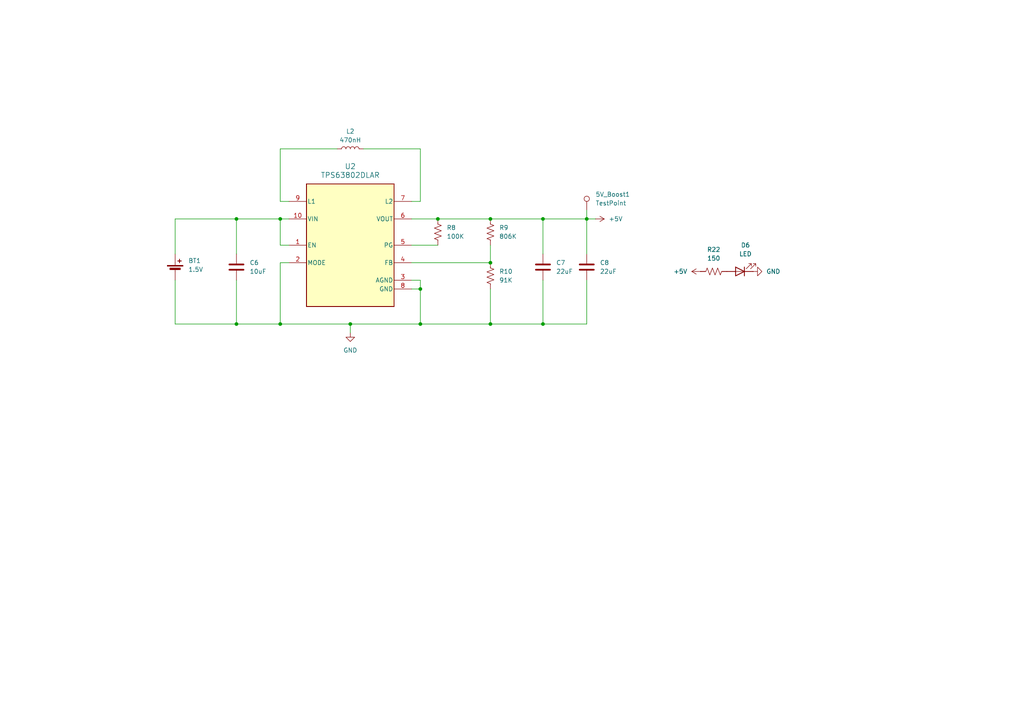
<source format=kicad_sch>
(kicad_sch
	(version 20231120)
	(generator "eeschema")
	(generator_version "8.0")
	(uuid "941f4593-82e2-4ef7-9352-ab8e47b93508")
	(paper "A4")
	(lib_symbols
		(symbol "Connector:TestPoint"
			(pin_numbers hide)
			(pin_names
				(offset 0.762) hide)
			(exclude_from_sim no)
			(in_bom yes)
			(on_board yes)
			(property "Reference" "TP"
				(at 0 6.858 0)
				(effects
					(font
						(size 1.27 1.27)
					)
				)
			)
			(property "Value" "TestPoint"
				(at 0 5.08 0)
				(effects
					(font
						(size 1.27 1.27)
					)
				)
			)
			(property "Footprint" ""
				(at 5.08 0 0)
				(effects
					(font
						(size 1.27 1.27)
					)
					(hide yes)
				)
			)
			(property "Datasheet" "~"
				(at 5.08 0 0)
				(effects
					(font
						(size 1.27 1.27)
					)
					(hide yes)
				)
			)
			(property "Description" "test point"
				(at 0 0 0)
				(effects
					(font
						(size 1.27 1.27)
					)
					(hide yes)
				)
			)
			(property "ki_keywords" "test point tp"
				(at 0 0 0)
				(effects
					(font
						(size 1.27 1.27)
					)
					(hide yes)
				)
			)
			(property "ki_fp_filters" "Pin* Test*"
				(at 0 0 0)
				(effects
					(font
						(size 1.27 1.27)
					)
					(hide yes)
				)
			)
			(symbol "TestPoint_0_1"
				(circle
					(center 0 3.302)
					(radius 0.762)
					(stroke
						(width 0)
						(type default)
					)
					(fill
						(type none)
					)
				)
			)
			(symbol "TestPoint_1_1"
				(pin passive line
					(at 0 0 90)
					(length 2.54)
					(name "1"
						(effects
							(font
								(size 1.27 1.27)
							)
						)
					)
					(number "1"
						(effects
							(font
								(size 1.27 1.27)
							)
						)
					)
				)
			)
		)
		(symbol "Device:Battery_Cell"
			(pin_numbers hide)
			(pin_names
				(offset 0) hide)
			(exclude_from_sim no)
			(in_bom yes)
			(on_board yes)
			(property "Reference" "BT"
				(at 2.54 2.54 0)
				(effects
					(font
						(size 1.27 1.27)
					)
					(justify left)
				)
			)
			(property "Value" "Battery_Cell"
				(at 2.54 0 0)
				(effects
					(font
						(size 1.27 1.27)
					)
					(justify left)
				)
			)
			(property "Footprint" ""
				(at 0 1.524 90)
				(effects
					(font
						(size 1.27 1.27)
					)
					(hide yes)
				)
			)
			(property "Datasheet" "~"
				(at 0 1.524 90)
				(effects
					(font
						(size 1.27 1.27)
					)
					(hide yes)
				)
			)
			(property "Description" "Single-cell battery"
				(at 0 0 0)
				(effects
					(font
						(size 1.27 1.27)
					)
					(hide yes)
				)
			)
			(property "ki_keywords" "battery cell"
				(at 0 0 0)
				(effects
					(font
						(size 1.27 1.27)
					)
					(hide yes)
				)
			)
			(symbol "Battery_Cell_0_1"
				(rectangle
					(start -2.286 1.778)
					(end 2.286 1.524)
					(stroke
						(width 0)
						(type default)
					)
					(fill
						(type outline)
					)
				)
				(rectangle
					(start -1.524 1.016)
					(end 1.524 0.508)
					(stroke
						(width 0)
						(type default)
					)
					(fill
						(type outline)
					)
				)
				(polyline
					(pts
						(xy 0 0.762) (xy 0 0)
					)
					(stroke
						(width 0)
						(type default)
					)
					(fill
						(type none)
					)
				)
				(polyline
					(pts
						(xy 0 1.778) (xy 0 2.54)
					)
					(stroke
						(width 0)
						(type default)
					)
					(fill
						(type none)
					)
				)
				(polyline
					(pts
						(xy 0.762 3.048) (xy 1.778 3.048)
					)
					(stroke
						(width 0.254)
						(type default)
					)
					(fill
						(type none)
					)
				)
				(polyline
					(pts
						(xy 1.27 3.556) (xy 1.27 2.54)
					)
					(stroke
						(width 0.254)
						(type default)
					)
					(fill
						(type none)
					)
				)
			)
			(symbol "Battery_Cell_1_1"
				(pin passive line
					(at 0 5.08 270)
					(length 2.54)
					(name "+"
						(effects
							(font
								(size 1.27 1.27)
							)
						)
					)
					(number "1"
						(effects
							(font
								(size 1.27 1.27)
							)
						)
					)
				)
				(pin passive line
					(at 0 -2.54 90)
					(length 2.54)
					(name "-"
						(effects
							(font
								(size 1.27 1.27)
							)
						)
					)
					(number "2"
						(effects
							(font
								(size 1.27 1.27)
							)
						)
					)
				)
			)
		)
		(symbol "Device:C"
			(pin_numbers hide)
			(pin_names
				(offset 0.254)
			)
			(exclude_from_sim no)
			(in_bom yes)
			(on_board yes)
			(property "Reference" "C"
				(at 0.635 2.54 0)
				(effects
					(font
						(size 1.27 1.27)
					)
					(justify left)
				)
			)
			(property "Value" "C"
				(at 0.635 -2.54 0)
				(effects
					(font
						(size 1.27 1.27)
					)
					(justify left)
				)
			)
			(property "Footprint" ""
				(at 0.9652 -3.81 0)
				(effects
					(font
						(size 1.27 1.27)
					)
					(hide yes)
				)
			)
			(property "Datasheet" "~"
				(at 0 0 0)
				(effects
					(font
						(size 1.27 1.27)
					)
					(hide yes)
				)
			)
			(property "Description" "Unpolarized capacitor"
				(at 0 0 0)
				(effects
					(font
						(size 1.27 1.27)
					)
					(hide yes)
				)
			)
			(property "ki_keywords" "cap capacitor"
				(at 0 0 0)
				(effects
					(font
						(size 1.27 1.27)
					)
					(hide yes)
				)
			)
			(property "ki_fp_filters" "C_*"
				(at 0 0 0)
				(effects
					(font
						(size 1.27 1.27)
					)
					(hide yes)
				)
			)
			(symbol "C_0_1"
				(polyline
					(pts
						(xy -2.032 -0.762) (xy 2.032 -0.762)
					)
					(stroke
						(width 0.508)
						(type default)
					)
					(fill
						(type none)
					)
				)
				(polyline
					(pts
						(xy -2.032 0.762) (xy 2.032 0.762)
					)
					(stroke
						(width 0.508)
						(type default)
					)
					(fill
						(type none)
					)
				)
			)
			(symbol "C_1_1"
				(pin passive line
					(at 0 3.81 270)
					(length 2.794)
					(name "~"
						(effects
							(font
								(size 1.27 1.27)
							)
						)
					)
					(number "1"
						(effects
							(font
								(size 1.27 1.27)
							)
						)
					)
				)
				(pin passive line
					(at 0 -3.81 90)
					(length 2.794)
					(name "~"
						(effects
							(font
								(size 1.27 1.27)
							)
						)
					)
					(number "2"
						(effects
							(font
								(size 1.27 1.27)
							)
						)
					)
				)
			)
		)
		(symbol "Device:L"
			(pin_numbers hide)
			(pin_names
				(offset 1.016) hide)
			(exclude_from_sim no)
			(in_bom yes)
			(on_board yes)
			(property "Reference" "L"
				(at -1.27 0 90)
				(effects
					(font
						(size 1.27 1.27)
					)
				)
			)
			(property "Value" "L"
				(at 1.905 0 90)
				(effects
					(font
						(size 1.27 1.27)
					)
				)
			)
			(property "Footprint" ""
				(at 0 0 0)
				(effects
					(font
						(size 1.27 1.27)
					)
					(hide yes)
				)
			)
			(property "Datasheet" "~"
				(at 0 0 0)
				(effects
					(font
						(size 1.27 1.27)
					)
					(hide yes)
				)
			)
			(property "Description" "Inductor"
				(at 0 0 0)
				(effects
					(font
						(size 1.27 1.27)
					)
					(hide yes)
				)
			)
			(property "ki_keywords" "inductor choke coil reactor magnetic"
				(at 0 0 0)
				(effects
					(font
						(size 1.27 1.27)
					)
					(hide yes)
				)
			)
			(property "ki_fp_filters" "Choke_* *Coil* Inductor_* L_*"
				(at 0 0 0)
				(effects
					(font
						(size 1.27 1.27)
					)
					(hide yes)
				)
			)
			(symbol "L_0_1"
				(arc
					(start 0 -2.54)
					(mid 0.6323 -1.905)
					(end 0 -1.27)
					(stroke
						(width 0)
						(type default)
					)
					(fill
						(type none)
					)
				)
				(arc
					(start 0 -1.27)
					(mid 0.6323 -0.635)
					(end 0 0)
					(stroke
						(width 0)
						(type default)
					)
					(fill
						(type none)
					)
				)
				(arc
					(start 0 0)
					(mid 0.6323 0.635)
					(end 0 1.27)
					(stroke
						(width 0)
						(type default)
					)
					(fill
						(type none)
					)
				)
				(arc
					(start 0 1.27)
					(mid 0.6323 1.905)
					(end 0 2.54)
					(stroke
						(width 0)
						(type default)
					)
					(fill
						(type none)
					)
				)
			)
			(symbol "L_1_1"
				(pin passive line
					(at 0 3.81 270)
					(length 1.27)
					(name "1"
						(effects
							(font
								(size 1.27 1.27)
							)
						)
					)
					(number "1"
						(effects
							(font
								(size 1.27 1.27)
							)
						)
					)
				)
				(pin passive line
					(at 0 -3.81 90)
					(length 1.27)
					(name "2"
						(effects
							(font
								(size 1.27 1.27)
							)
						)
					)
					(number "2"
						(effects
							(font
								(size 1.27 1.27)
							)
						)
					)
				)
			)
		)
		(symbol "Device:LED"
			(pin_numbers hide)
			(pin_names
				(offset 1.016) hide)
			(exclude_from_sim no)
			(in_bom yes)
			(on_board yes)
			(property "Reference" "D"
				(at 0 2.54 0)
				(effects
					(font
						(size 1.27 1.27)
					)
				)
			)
			(property "Value" "LED"
				(at 0 -2.54 0)
				(effects
					(font
						(size 1.27 1.27)
					)
				)
			)
			(property "Footprint" ""
				(at 0 0 0)
				(effects
					(font
						(size 1.27 1.27)
					)
					(hide yes)
				)
			)
			(property "Datasheet" "~"
				(at 0 0 0)
				(effects
					(font
						(size 1.27 1.27)
					)
					(hide yes)
				)
			)
			(property "Description" "Light emitting diode"
				(at 0 0 0)
				(effects
					(font
						(size 1.27 1.27)
					)
					(hide yes)
				)
			)
			(property "ki_keywords" "LED diode"
				(at 0 0 0)
				(effects
					(font
						(size 1.27 1.27)
					)
					(hide yes)
				)
			)
			(property "ki_fp_filters" "LED* LED_SMD:* LED_THT:*"
				(at 0 0 0)
				(effects
					(font
						(size 1.27 1.27)
					)
					(hide yes)
				)
			)
			(symbol "LED_0_1"
				(polyline
					(pts
						(xy -1.27 -1.27) (xy -1.27 1.27)
					)
					(stroke
						(width 0.254)
						(type default)
					)
					(fill
						(type none)
					)
				)
				(polyline
					(pts
						(xy -1.27 0) (xy 1.27 0)
					)
					(stroke
						(width 0)
						(type default)
					)
					(fill
						(type none)
					)
				)
				(polyline
					(pts
						(xy 1.27 -1.27) (xy 1.27 1.27) (xy -1.27 0) (xy 1.27 -1.27)
					)
					(stroke
						(width 0.254)
						(type default)
					)
					(fill
						(type none)
					)
				)
				(polyline
					(pts
						(xy -3.048 -0.762) (xy -4.572 -2.286) (xy -3.81 -2.286) (xy -4.572 -2.286) (xy -4.572 -1.524)
					)
					(stroke
						(width 0)
						(type default)
					)
					(fill
						(type none)
					)
				)
				(polyline
					(pts
						(xy -1.778 -0.762) (xy -3.302 -2.286) (xy -2.54 -2.286) (xy -3.302 -2.286) (xy -3.302 -1.524)
					)
					(stroke
						(width 0)
						(type default)
					)
					(fill
						(type none)
					)
				)
			)
			(symbol "LED_1_1"
				(pin passive line
					(at -3.81 0 0)
					(length 2.54)
					(name "K"
						(effects
							(font
								(size 1.27 1.27)
							)
						)
					)
					(number "1"
						(effects
							(font
								(size 1.27 1.27)
							)
						)
					)
				)
				(pin passive line
					(at 3.81 0 180)
					(length 2.54)
					(name "A"
						(effects
							(font
								(size 1.27 1.27)
							)
						)
					)
					(number "2"
						(effects
							(font
								(size 1.27 1.27)
							)
						)
					)
				)
			)
		)
		(symbol "Device:R_US"
			(pin_numbers hide)
			(pin_names
				(offset 0)
			)
			(exclude_from_sim no)
			(in_bom yes)
			(on_board yes)
			(property "Reference" "R"
				(at 2.54 0 90)
				(effects
					(font
						(size 1.27 1.27)
					)
				)
			)
			(property "Value" "R_US"
				(at -2.54 0 90)
				(effects
					(font
						(size 1.27 1.27)
					)
				)
			)
			(property "Footprint" ""
				(at 1.016 -0.254 90)
				(effects
					(font
						(size 1.27 1.27)
					)
					(hide yes)
				)
			)
			(property "Datasheet" "~"
				(at 0 0 0)
				(effects
					(font
						(size 1.27 1.27)
					)
					(hide yes)
				)
			)
			(property "Description" "Resistor, US symbol"
				(at 0 0 0)
				(effects
					(font
						(size 1.27 1.27)
					)
					(hide yes)
				)
			)
			(property "ki_keywords" "R res resistor"
				(at 0 0 0)
				(effects
					(font
						(size 1.27 1.27)
					)
					(hide yes)
				)
			)
			(property "ki_fp_filters" "R_*"
				(at 0 0 0)
				(effects
					(font
						(size 1.27 1.27)
					)
					(hide yes)
				)
			)
			(symbol "R_US_0_1"
				(polyline
					(pts
						(xy 0 -2.286) (xy 0 -2.54)
					)
					(stroke
						(width 0)
						(type default)
					)
					(fill
						(type none)
					)
				)
				(polyline
					(pts
						(xy 0 2.286) (xy 0 2.54)
					)
					(stroke
						(width 0)
						(type default)
					)
					(fill
						(type none)
					)
				)
				(polyline
					(pts
						(xy 0 -0.762) (xy 1.016 -1.143) (xy 0 -1.524) (xy -1.016 -1.905) (xy 0 -2.286)
					)
					(stroke
						(width 0)
						(type default)
					)
					(fill
						(type none)
					)
				)
				(polyline
					(pts
						(xy 0 0.762) (xy 1.016 0.381) (xy 0 0) (xy -1.016 -0.381) (xy 0 -0.762)
					)
					(stroke
						(width 0)
						(type default)
					)
					(fill
						(type none)
					)
				)
				(polyline
					(pts
						(xy 0 2.286) (xy 1.016 1.905) (xy 0 1.524) (xy -1.016 1.143) (xy 0 0.762)
					)
					(stroke
						(width 0)
						(type default)
					)
					(fill
						(type none)
					)
				)
			)
			(symbol "R_US_1_1"
				(pin passive line
					(at 0 3.81 270)
					(length 1.27)
					(name "~"
						(effects
							(font
								(size 1.27 1.27)
							)
						)
					)
					(number "1"
						(effects
							(font
								(size 1.27 1.27)
							)
						)
					)
				)
				(pin passive line
					(at 0 -3.81 90)
					(length 1.27)
					(name "~"
						(effects
							(font
								(size 1.27 1.27)
							)
						)
					)
					(number "2"
						(effects
							(font
								(size 1.27 1.27)
							)
						)
					)
				)
			)
		)
		(symbol "TPS63802DLAR:TPS63802DLAR"
			(pin_names
				(offset 0.254)
			)
			(exclude_from_sim no)
			(in_bom yes)
			(on_board yes)
			(property "Reference" "U2"
				(at 0 22.86 0)
				(effects
					(font
						(size 1.524 1.524)
					)
				)
			)
			(property "Value" "TPS63802DLAR"
				(at 0 20.32 0)
				(effects
					(font
						(size 1.524 1.524)
					)
				)
			)
			(property "Footprint" "TPS63802DLAR:DLA0010A"
				(at 0.254 -16.002 0)
				(effects
					(font
						(size 1.27 1.27)
						(italic yes)
					)
					(hide yes)
				)
			)
			(property "Datasheet" "TPS63802DLAR"
				(at 0 15.494 0)
				(effects
					(font
						(size 1.27 1.27)
						(italic yes)
					)
					(hide yes)
				)
			)
			(property "Description" ""
				(at 0 0 0)
				(effects
					(font
						(size 1.27 1.27)
					)
					(hide yes)
				)
			)
			(property "ki_locked" ""
				(at 0 0 0)
				(effects
					(font
						(size 1.27 1.27)
					)
				)
			)
			(property "ki_keywords" "TPS63802DLAR"
				(at 0 0 0)
				(effects
					(font
						(size 1.27 1.27)
					)
					(hide yes)
				)
			)
			(property "ki_fp_filters" "DLA0010A"
				(at 0 0 0)
				(effects
					(font
						(size 1.27 1.27)
					)
					(hide yes)
				)
			)
			(symbol "TPS63802DLAR_0_1"
				(polyline
					(pts
						(xy -12.7 -17.78) (xy 12.7 -17.78)
					)
					(stroke
						(width 0.2032)
						(type default)
					)
					(fill
						(type none)
					)
				)
				(polyline
					(pts
						(xy 12.7 -17.78) (xy 12.7 17.78)
					)
					(stroke
						(width 0.2032)
						(type default)
					)
					(fill
						(type none)
					)
				)
				(polyline
					(pts
						(xy 12.7 17.78) (xy -12.7 17.78)
					)
					(stroke
						(width 0.2032)
						(type default)
					)
					(fill
						(type none)
					)
				)
				(pin input line
					(at -17.78 0 0)
					(length 5.08)
					(name "EN"
						(effects
							(font
								(size 1.27 1.27)
							)
						)
					)
					(number "1"
						(effects
							(font
								(size 1.27 1.27)
							)
						)
					)
				)
				(pin power_in line
					(at -17.78 7.62 0)
					(length 5.08)
					(name "VIN"
						(effects
							(font
								(size 1.27 1.27)
							)
						)
					)
					(number "10"
						(effects
							(font
								(size 1.27 1.27)
							)
						)
					)
				)
				(pin input line
					(at -17.78 -5.08 0)
					(length 5.08)
					(name "MODE"
						(effects
							(font
								(size 1.27 1.27)
							)
						)
					)
					(number "2"
						(effects
							(font
								(size 1.27 1.27)
							)
						)
					)
				)
				(pin power_in line
					(at 17.78 -10.16 180)
					(length 5.08)
					(name "AGND"
						(effects
							(font
								(size 1.27 1.27)
							)
						)
					)
					(number "3"
						(effects
							(font
								(size 1.27 1.27)
							)
						)
					)
				)
				(pin input line
					(at 17.78 -5.08 180)
					(length 5.08)
					(name "FB"
						(effects
							(font
								(size 1.27 1.27)
							)
						)
					)
					(number "4"
						(effects
							(font
								(size 1.27 1.27)
							)
						)
					)
				)
				(pin open_collector line
					(at 17.78 0 180)
					(length 5.08)
					(name "PG"
						(effects
							(font
								(size 1.27 1.27)
							)
						)
					)
					(number "5"
						(effects
							(font
								(size 1.27 1.27)
							)
						)
					)
				)
				(pin power_in line
					(at 17.78 7.62 180)
					(length 5.08)
					(name "VOUT"
						(effects
							(font
								(size 1.27 1.27)
							)
						)
					)
					(number "6"
						(effects
							(font
								(size 1.27 1.27)
							)
						)
					)
				)
				(pin unspecified line
					(at 17.78 12.7 180)
					(length 5.08)
					(name "L2"
						(effects
							(font
								(size 1.27 1.27)
							)
						)
					)
					(number "7"
						(effects
							(font
								(size 1.27 1.27)
							)
						)
					)
				)
				(pin power_in line
					(at 17.78 -12.7 180)
					(length 5.08)
					(name "GND"
						(effects
							(font
								(size 1.27 1.27)
							)
						)
					)
					(number "8"
						(effects
							(font
								(size 1.27 1.27)
							)
						)
					)
				)
				(pin unspecified line
					(at -17.78 12.7 0)
					(length 5.08)
					(name "L1"
						(effects
							(font
								(size 1.27 1.27)
							)
						)
					)
					(number "9"
						(effects
							(font
								(size 1.27 1.27)
							)
						)
					)
				)
			)
			(symbol "TPS63802DLAR_1_1"
				(rectangle
					(start -12.7 17.78)
					(end 12.7 -17.78)
					(stroke
						(width 0)
						(type default)
					)
					(fill
						(type none)
					)
				)
				(rectangle
					(start -12.7 17.78)
					(end 12.7 -17.78)
					(stroke
						(width 0)
						(type default)
					)
					(fill
						(type background)
					)
				)
				(polyline
					(pts
						(xy -12.7 17.78) (xy -12.7 -17.78)
					)
					(stroke
						(width 0.2032)
						(type default)
					)
					(fill
						(type color)
						(color 255 255 194 1)
					)
				)
			)
		)
		(symbol "power:+5V"
			(power)
			(pin_numbers hide)
			(pin_names
				(offset 0) hide)
			(exclude_from_sim no)
			(in_bom yes)
			(on_board yes)
			(property "Reference" "#PWR"
				(at 0 -3.81 0)
				(effects
					(font
						(size 1.27 1.27)
					)
					(hide yes)
				)
			)
			(property "Value" "+5V"
				(at 0 3.556 0)
				(effects
					(font
						(size 1.27 1.27)
					)
				)
			)
			(property "Footprint" ""
				(at 0 0 0)
				(effects
					(font
						(size 1.27 1.27)
					)
					(hide yes)
				)
			)
			(property "Datasheet" ""
				(at 0 0 0)
				(effects
					(font
						(size 1.27 1.27)
					)
					(hide yes)
				)
			)
			(property "Description" "Power symbol creates a global label with name \"+5V\""
				(at 0 0 0)
				(effects
					(font
						(size 1.27 1.27)
					)
					(hide yes)
				)
			)
			(property "ki_keywords" "global power"
				(at 0 0 0)
				(effects
					(font
						(size 1.27 1.27)
					)
					(hide yes)
				)
			)
			(symbol "+5V_0_1"
				(polyline
					(pts
						(xy -0.762 1.27) (xy 0 2.54)
					)
					(stroke
						(width 0)
						(type default)
					)
					(fill
						(type none)
					)
				)
				(polyline
					(pts
						(xy 0 0) (xy 0 2.54)
					)
					(stroke
						(width 0)
						(type default)
					)
					(fill
						(type none)
					)
				)
				(polyline
					(pts
						(xy 0 2.54) (xy 0.762 1.27)
					)
					(stroke
						(width 0)
						(type default)
					)
					(fill
						(type none)
					)
				)
			)
			(symbol "+5V_1_1"
				(pin power_in line
					(at 0 0 90)
					(length 0)
					(name "~"
						(effects
							(font
								(size 1.27 1.27)
							)
						)
					)
					(number "1"
						(effects
							(font
								(size 1.27 1.27)
							)
						)
					)
				)
			)
		)
		(symbol "power:GND"
			(power)
			(pin_numbers hide)
			(pin_names
				(offset 0) hide)
			(exclude_from_sim no)
			(in_bom yes)
			(on_board yes)
			(property "Reference" "#PWR"
				(at 0 -6.35 0)
				(effects
					(font
						(size 1.27 1.27)
					)
					(hide yes)
				)
			)
			(property "Value" "GND"
				(at 0 -3.81 0)
				(effects
					(font
						(size 1.27 1.27)
					)
				)
			)
			(property "Footprint" ""
				(at 0 0 0)
				(effects
					(font
						(size 1.27 1.27)
					)
					(hide yes)
				)
			)
			(property "Datasheet" ""
				(at 0 0 0)
				(effects
					(font
						(size 1.27 1.27)
					)
					(hide yes)
				)
			)
			(property "Description" "Power symbol creates a global label with name \"GND\" , ground"
				(at 0 0 0)
				(effects
					(font
						(size 1.27 1.27)
					)
					(hide yes)
				)
			)
			(property "ki_keywords" "global power"
				(at 0 0 0)
				(effects
					(font
						(size 1.27 1.27)
					)
					(hide yes)
				)
			)
			(symbol "GND_0_1"
				(polyline
					(pts
						(xy 0 0) (xy 0 -1.27) (xy 1.27 -1.27) (xy 0 -2.54) (xy -1.27 -1.27) (xy 0 -1.27)
					)
					(stroke
						(width 0)
						(type default)
					)
					(fill
						(type none)
					)
				)
			)
			(symbol "GND_1_1"
				(pin power_in line
					(at 0 0 270)
					(length 0)
					(name "~"
						(effects
							(font
								(size 1.27 1.27)
							)
						)
					)
					(number "1"
						(effects
							(font
								(size 1.27 1.27)
							)
						)
					)
				)
			)
		)
	)
	(junction
		(at 68.58 93.98)
		(diameter 0)
		(color 0 0 0 0)
		(uuid "271ef0b8-5725-4487-bd0c-b43477e54ed0")
	)
	(junction
		(at 101.6 93.98)
		(diameter 0)
		(color 0 0 0 0)
		(uuid "3e600aaf-b652-47a9-b5e2-154d663ea6a3")
	)
	(junction
		(at 81.28 93.98)
		(diameter 0)
		(color 0 0 0 0)
		(uuid "4f3bb9d9-d977-47cc-ada9-f0b474c33ba3")
	)
	(junction
		(at 121.92 93.98)
		(diameter 0)
		(color 0 0 0 0)
		(uuid "56fa0093-99c3-42cf-b1ae-a64130f8a12e")
	)
	(junction
		(at 142.24 76.2)
		(diameter 0)
		(color 0 0 0 0)
		(uuid "86f01a97-5b5c-4de0-8d67-5144181e9f02")
	)
	(junction
		(at 170.18 63.5)
		(diameter 0)
		(color 0 0 0 0)
		(uuid "8d464a62-870d-4d4f-958d-f8cd8c53c910")
	)
	(junction
		(at 157.48 63.5)
		(diameter 0)
		(color 0 0 0 0)
		(uuid "8e139f81-3294-4cff-a2f3-a1e64b376df9")
	)
	(junction
		(at 142.24 63.5)
		(diameter 0)
		(color 0 0 0 0)
		(uuid "9349d133-ff9a-4282-beec-88f4d22c271b")
	)
	(junction
		(at 127 63.5)
		(diameter 0)
		(color 0 0 0 0)
		(uuid "a2d01af4-6964-4b8a-8c6e-eccc06370f46")
	)
	(junction
		(at 121.92 83.82)
		(diameter 0)
		(color 0 0 0 0)
		(uuid "b362b2a3-8371-480e-b088-6bf002d32ca4")
	)
	(junction
		(at 68.58 63.5)
		(diameter 0)
		(color 0 0 0 0)
		(uuid "b67ac604-e607-4da4-b036-3606cf05bc08")
	)
	(junction
		(at 157.48 93.98)
		(diameter 0)
		(color 0 0 0 0)
		(uuid "c36e2aa6-70a3-4b15-a244-c00f729b880f")
	)
	(junction
		(at 81.28 63.5)
		(diameter 0)
		(color 0 0 0 0)
		(uuid "eafdd5d5-b150-404f-8e8a-a00e8f3289d8")
	)
	(junction
		(at 142.24 93.98)
		(diameter 0)
		(color 0 0 0 0)
		(uuid "f9857c40-08a7-44a6-8ba4-8a3ffbf92e00")
	)
	(wire
		(pts
			(xy 170.18 93.98) (xy 170.18 81.28)
		)
		(stroke
			(width 0)
			(type default)
		)
		(uuid "040b0b7b-242c-4c21-8f0e-9a57456de45b")
	)
	(wire
		(pts
			(xy 121.92 83.82) (xy 121.92 93.98)
		)
		(stroke
			(width 0)
			(type default)
		)
		(uuid "0a7ec6ea-7a13-4989-86d8-cbe251615d6b")
	)
	(wire
		(pts
			(xy 81.28 93.98) (xy 101.6 93.98)
		)
		(stroke
			(width 0)
			(type default)
		)
		(uuid "0cc64f28-ea19-4206-8351-964297a30fe9")
	)
	(wire
		(pts
			(xy 101.6 93.98) (xy 101.6 96.52)
		)
		(stroke
			(width 0)
			(type default)
		)
		(uuid "11f2e67f-6c14-4df4-a54a-da91fe97447f")
	)
	(wire
		(pts
			(xy 157.48 63.5) (xy 170.18 63.5)
		)
		(stroke
			(width 0)
			(type default)
		)
		(uuid "11f3434a-14d3-48e5-aceb-d2072798ee4c")
	)
	(wire
		(pts
			(xy 81.28 71.12) (xy 83.82 71.12)
		)
		(stroke
			(width 0)
			(type default)
		)
		(uuid "175dbf9a-6d0e-4c99-a5c6-1063778d5d8a")
	)
	(wire
		(pts
			(xy 68.58 81.28) (xy 68.58 93.98)
		)
		(stroke
			(width 0)
			(type default)
		)
		(uuid "1a5841b5-8cd2-400f-a6a6-1e29d91c943e")
	)
	(wire
		(pts
			(xy 68.58 93.98) (xy 81.28 93.98)
		)
		(stroke
			(width 0)
			(type default)
		)
		(uuid "2856f42c-1d42-414f-91eb-1e2334a1b941")
	)
	(wire
		(pts
			(xy 50.8 63.5) (xy 68.58 63.5)
		)
		(stroke
			(width 0)
			(type default)
		)
		(uuid "2bfc427f-adc6-4f03-b1d6-90987ef0bf15")
	)
	(wire
		(pts
			(xy 121.92 93.98) (xy 101.6 93.98)
		)
		(stroke
			(width 0)
			(type default)
		)
		(uuid "2edbde51-a2ba-449d-baa8-85067529122d")
	)
	(wire
		(pts
			(xy 157.48 63.5) (xy 157.48 73.66)
		)
		(stroke
			(width 0)
			(type default)
		)
		(uuid "314594dd-618c-4edb-85ea-e651fc247b52")
	)
	(wire
		(pts
			(xy 68.58 63.5) (xy 68.58 73.66)
		)
		(stroke
			(width 0)
			(type default)
		)
		(uuid "317291d2-9cf0-42fa-a229-1b9fa0fd75fe")
	)
	(wire
		(pts
			(xy 121.92 81.28) (xy 121.92 83.82)
		)
		(stroke
			(width 0)
			(type default)
		)
		(uuid "32260edb-1103-4c72-b937-abc38ed57d06")
	)
	(wire
		(pts
			(xy 157.48 93.98) (xy 170.18 93.98)
		)
		(stroke
			(width 0)
			(type default)
		)
		(uuid "3b4e373f-ab8e-4185-a2e6-4b93b538f0a8")
	)
	(wire
		(pts
			(xy 157.48 93.98) (xy 142.24 93.98)
		)
		(stroke
			(width 0)
			(type default)
		)
		(uuid "539c3767-7402-4277-9920-db716db3bdb3")
	)
	(wire
		(pts
			(xy 119.38 83.82) (xy 121.92 83.82)
		)
		(stroke
			(width 0)
			(type default)
		)
		(uuid "5570f5e0-c5f0-4684-bbec-b9dd00496544")
	)
	(wire
		(pts
			(xy 50.8 81.28) (xy 50.8 93.98)
		)
		(stroke
			(width 0)
			(type default)
		)
		(uuid "55f0d39c-3b92-47ae-a826-67fb5b7e8b19")
	)
	(wire
		(pts
			(xy 142.24 93.98) (xy 121.92 93.98)
		)
		(stroke
			(width 0)
			(type default)
		)
		(uuid "59b2a4d6-ac78-4ea2-9d5d-e7f28ef866dc")
	)
	(wire
		(pts
			(xy 105.41 43.18) (xy 121.92 43.18)
		)
		(stroke
			(width 0)
			(type default)
		)
		(uuid "6075f818-3dc2-45f7-94b1-89970c61dfd1")
	)
	(wire
		(pts
			(xy 119.38 81.28) (xy 121.92 81.28)
		)
		(stroke
			(width 0)
			(type default)
		)
		(uuid "61faecc9-e8b2-4f53-a7db-b74fd318d6c0")
	)
	(wire
		(pts
			(xy 170.18 60.96) (xy 170.18 63.5)
		)
		(stroke
			(width 0)
			(type default)
		)
		(uuid "629f00e5-8e8c-420e-aec0-d47b907bb0b6")
	)
	(wire
		(pts
			(xy 50.8 93.98) (xy 68.58 93.98)
		)
		(stroke
			(width 0)
			(type default)
		)
		(uuid "6e53d3ce-40be-4ed2-aa73-c185fa831e42")
	)
	(wire
		(pts
			(xy 127 63.5) (xy 142.24 63.5)
		)
		(stroke
			(width 0)
			(type default)
		)
		(uuid "6f6a1496-9457-4b66-ab85-fc878725e0d0")
	)
	(wire
		(pts
			(xy 157.48 81.28) (xy 157.48 93.98)
		)
		(stroke
			(width 0)
			(type default)
		)
		(uuid "74849a59-e8a7-457c-b3f3-9d7f4bb518f3")
	)
	(wire
		(pts
			(xy 142.24 63.5) (xy 157.48 63.5)
		)
		(stroke
			(width 0)
			(type default)
		)
		(uuid "7d4f6dac-fcf3-495f-a6fb-2ff5a1537c09")
	)
	(wire
		(pts
			(xy 83.82 76.2) (xy 81.28 76.2)
		)
		(stroke
			(width 0)
			(type default)
		)
		(uuid "8850262e-6047-4ac8-8195-825ebe3b83d6")
	)
	(wire
		(pts
			(xy 142.24 83.82) (xy 142.24 93.98)
		)
		(stroke
			(width 0)
			(type default)
		)
		(uuid "896a7eb9-9431-4d47-b64f-d245bd06e1ad")
	)
	(wire
		(pts
			(xy 119.38 76.2) (xy 142.24 76.2)
		)
		(stroke
			(width 0)
			(type default)
		)
		(uuid "8b0e0d36-2661-471e-9052-02aea523f63c")
	)
	(wire
		(pts
			(xy 81.28 63.5) (xy 81.28 71.12)
		)
		(stroke
			(width 0)
			(type default)
		)
		(uuid "8f4a1cd7-f771-4af2-a0f4-61429608891b")
	)
	(wire
		(pts
			(xy 68.58 63.5) (xy 81.28 63.5)
		)
		(stroke
			(width 0)
			(type default)
		)
		(uuid "a7b3ea0a-c71d-448c-83d9-0c273cc6ffc7")
	)
	(wire
		(pts
			(xy 121.92 43.18) (xy 121.92 58.42)
		)
		(stroke
			(width 0)
			(type default)
		)
		(uuid "b4b6032b-f457-4dcf-8c50-51eb4146799a")
	)
	(wire
		(pts
			(xy 119.38 71.12) (xy 127 71.12)
		)
		(stroke
			(width 0)
			(type default)
		)
		(uuid "bc78cce7-66f1-4fa1-966e-98d8921a8ce5")
	)
	(wire
		(pts
			(xy 81.28 58.42) (xy 81.28 43.18)
		)
		(stroke
			(width 0)
			(type default)
		)
		(uuid "bf3fe559-cb46-4b5f-a1a2-a7131b4238fc")
	)
	(wire
		(pts
			(xy 119.38 63.5) (xy 127 63.5)
		)
		(stroke
			(width 0)
			(type default)
		)
		(uuid "cbdf4e5a-f7e2-476a-99e1-0e1ed1051523")
	)
	(wire
		(pts
			(xy 121.92 58.42) (xy 119.38 58.42)
		)
		(stroke
			(width 0)
			(type default)
		)
		(uuid "d1f6c578-48c0-4fda-bdaa-33d9d6298e3e")
	)
	(wire
		(pts
			(xy 81.28 43.18) (xy 97.79 43.18)
		)
		(stroke
			(width 0)
			(type default)
		)
		(uuid "d7a93de2-21db-4d27-98f4-575c4b2f8c85")
	)
	(wire
		(pts
			(xy 170.18 63.5) (xy 170.18 73.66)
		)
		(stroke
			(width 0)
			(type default)
		)
		(uuid "dce0e5d6-11d7-4593-9cb9-17fbb54d8c4f")
	)
	(wire
		(pts
			(xy 142.24 71.12) (xy 142.24 76.2)
		)
		(stroke
			(width 0)
			(type default)
		)
		(uuid "df4f6e39-5c0d-44cc-bf8f-3ea6f47d9de7")
	)
	(wire
		(pts
			(xy 81.28 63.5) (xy 83.82 63.5)
		)
		(stroke
			(width 0)
			(type default)
		)
		(uuid "eb87577e-3223-4549-aac0-8349799bde9b")
	)
	(wire
		(pts
			(xy 81.28 58.42) (xy 83.82 58.42)
		)
		(stroke
			(width 0)
			(type default)
		)
		(uuid "f3b0ad10-02f3-4dec-9517-5832a2b01097")
	)
	(wire
		(pts
			(xy 50.8 73.66) (xy 50.8 63.5)
		)
		(stroke
			(width 0)
			(type default)
		)
		(uuid "f52afee0-cfbf-4b49-8adf-dd8aa1cd2781")
	)
	(wire
		(pts
			(xy 81.28 76.2) (xy 81.28 93.98)
		)
		(stroke
			(width 0)
			(type default)
		)
		(uuid "f929f43d-0ca9-4205-82c2-bb8468a6a7ce")
	)
	(wire
		(pts
			(xy 170.18 63.5) (xy 172.72 63.5)
		)
		(stroke
			(width 0)
			(type default)
		)
		(uuid "f94d4a17-0f25-49a9-816c-81194d2c8728")
	)
	(symbol
		(lib_id "Device:C")
		(at 68.58 77.47 0)
		(unit 1)
		(exclude_from_sim no)
		(in_bom yes)
		(on_board yes)
		(dnp no)
		(fields_autoplaced yes)
		(uuid "0cedba20-6691-452f-bb01-b5d206535fc5")
		(property "Reference" "C6"
			(at 72.39 76.1999 0)
			(effects
				(font
					(size 1.27 1.27)
				)
				(justify left)
			)
		)
		(property "Value" "10uF"
			(at 72.39 78.7399 0)
			(effects
				(font
					(size 1.27 1.27)
				)
				(justify left)
			)
		)
		(property "Footprint" "Capacitor_SMD:C_0805_2012Metric_Pad1.18x1.45mm_HandSolder"
			(at 69.5452 81.28 0)
			(effects
				(font
					(size 1.27 1.27)
				)
				(hide yes)
			)
		)
		(property "Datasheet" "~"
			(at 68.58 77.47 0)
			(effects
				(font
					(size 1.27 1.27)
				)
				(hide yes)
			)
		)
		(property "Description" "Unpolarized capacitor"
			(at 68.58 77.47 0)
			(effects
				(font
					(size 1.27 1.27)
				)
				(hide yes)
			)
		)
		(pin "2"
			(uuid "7738ac39-984c-4bd6-a5f4-3940456fdb76")
		)
		(pin "1"
			(uuid "d1d4ccd0-0344-43de-a904-f3c6a078aa08")
		)
		(instances
			(project "FES_Hardware"
				(path "/225cfa82-97e7-4320-90e1-4d94ef39f9f2/cd32b677-73b6-40f3-905a-e4b052fd72c9"
					(reference "C6")
					(unit 1)
				)
			)
		)
	)
	(symbol
		(lib_id "Device:C")
		(at 157.48 77.47 0)
		(unit 1)
		(exclude_from_sim no)
		(in_bom yes)
		(on_board yes)
		(dnp no)
		(fields_autoplaced yes)
		(uuid "0db5ae26-ad1e-4959-9217-46d0d99992da")
		(property "Reference" "C7"
			(at 161.29 76.1999 0)
			(effects
				(font
					(size 1.27 1.27)
				)
				(justify left)
			)
		)
		(property "Value" "22uF"
			(at 161.29 78.7399 0)
			(effects
				(font
					(size 1.27 1.27)
				)
				(justify left)
			)
		)
		(property "Footprint" "Capacitor_SMD:C_0805_2012Metric_Pad1.18x1.45mm_HandSolder"
			(at 158.4452 81.28 0)
			(effects
				(font
					(size 1.27 1.27)
				)
				(hide yes)
			)
		)
		(property "Datasheet" "~"
			(at 157.48 77.47 0)
			(effects
				(font
					(size 1.27 1.27)
				)
				(hide yes)
			)
		)
		(property "Description" "Unpolarized capacitor"
			(at 157.48 77.47 0)
			(effects
				(font
					(size 1.27 1.27)
				)
				(hide yes)
			)
		)
		(pin "2"
			(uuid "ebe7ff45-1702-4e96-afff-4b31ee69b0b9")
		)
		(pin "1"
			(uuid "f056990d-f082-4eda-b8af-83064c9f597f")
		)
		(instances
			(project "FES_Hardware"
				(path "/225cfa82-97e7-4320-90e1-4d94ef39f9f2/cd32b677-73b6-40f3-905a-e4b052fd72c9"
					(reference "C7")
					(unit 1)
				)
			)
		)
	)
	(symbol
		(lib_id "TPS63802DLAR:TPS63802DLAR")
		(at 101.6 71.12 0)
		(unit 1)
		(exclude_from_sim no)
		(in_bom yes)
		(on_board yes)
		(dnp no)
		(fields_autoplaced yes)
		(uuid "16dea5b2-7baa-4f71-9e6f-e94fbf9f1eb4")
		(property "Reference" "U2"
			(at 101.6 48.26 0)
			(effects
				(font
					(size 1.524 1.524)
				)
			)
		)
		(property "Value" "TPS63802DLAR"
			(at 101.6 50.8 0)
			(effects
				(font
					(size 1.524 1.524)
				)
			)
		)
		(property "Footprint" "TPS63802DLAR:DLA0010A"
			(at 101.854 87.122 0)
			(effects
				(font
					(size 1.27 1.27)
					(italic yes)
				)
				(hide yes)
			)
		)
		(property "Datasheet" "TPS63802DLAR"
			(at 101.6 55.626 0)
			(effects
				(font
					(size 1.27 1.27)
					(italic yes)
				)
				(hide yes)
			)
		)
		(property "Description" ""
			(at 101.6 71.12 0)
			(effects
				(font
					(size 1.27 1.27)
				)
				(hide yes)
			)
		)
		(pin "6"
			(uuid "4e7f38bf-9e84-48a7-bc17-d47d5283cc76")
		)
		(pin "8"
			(uuid "b2b69b2d-c10c-4bc2-a56c-9b5544d63bf4")
		)
		(pin "2"
			(uuid "4b528106-e46b-4f84-a4bd-73ab17ff19f4")
		)
		(pin "4"
			(uuid "3514d047-511d-4be9-8609-60d19740b79c")
		)
		(pin "5"
			(uuid "c204f3e4-90ef-4348-91b7-d1a9fe3003b4")
		)
		(pin "1"
			(uuid "22c11fb0-8092-48d5-8529-68a53e3792b8")
		)
		(pin "10"
			(uuid "a01d601f-3db8-40c0-88d3-08d255450785")
		)
		(pin "3"
			(uuid "0b72594a-9a4f-4966-9b76-75720d1673da")
		)
		(pin "7"
			(uuid "074df7e8-b150-4823-9bae-097181d82f9d")
		)
		(pin "9"
			(uuid "539a53c3-c13c-4fe6-bcab-595f29bbe164")
		)
		(instances
			(project "FES_Hardware"
				(path "/225cfa82-97e7-4320-90e1-4d94ef39f9f2/cd32b677-73b6-40f3-905a-e4b052fd72c9"
					(reference "U2")
					(unit 1)
				)
			)
		)
	)
	(symbol
		(lib_id "Device:L")
		(at 101.6 43.18 90)
		(unit 1)
		(exclude_from_sim no)
		(in_bom yes)
		(on_board yes)
		(dnp no)
		(fields_autoplaced yes)
		(uuid "2f3e6cca-32f1-4b95-9b59-355d560d924e")
		(property "Reference" "L2"
			(at 101.6 38.1 90)
			(effects
				(font
					(size 1.27 1.27)
				)
			)
		)
		(property "Value" "470nH"
			(at 101.6 40.64 90)
			(effects
				(font
					(size 1.27 1.27)
				)
			)
		)
		(property "Footprint" "DFE201612P-470nH:INDC2016X120N"
			(at 101.6 43.18 0)
			(effects
				(font
					(size 1.27 1.27)
				)
				(hide yes)
			)
		)
		(property "Datasheet" "~"
			(at 101.6 43.18 0)
			(effects
				(font
					(size 1.27 1.27)
				)
				(hide yes)
			)
		)
		(property "Description" "Inductor"
			(at 101.6 43.18 0)
			(effects
				(font
					(size 1.27 1.27)
				)
				(hide yes)
			)
		)
		(pin "2"
			(uuid "a89ff8e8-713f-4606-b7c2-4163c0ccde6d")
		)
		(pin "1"
			(uuid "6b30b77c-2386-4f6c-b55e-a4e39cd49962")
		)
		(instances
			(project "FES_Hardware"
				(path "/225cfa82-97e7-4320-90e1-4d94ef39f9f2/cd32b677-73b6-40f3-905a-e4b052fd72c9"
					(reference "L2")
					(unit 1)
				)
			)
		)
	)
	(symbol
		(lib_id "Device:R_US")
		(at 127 67.31 180)
		(unit 1)
		(exclude_from_sim no)
		(in_bom yes)
		(on_board yes)
		(dnp no)
		(fields_autoplaced yes)
		(uuid "47ab92e7-70cd-4ea4-82dd-78a54da5c940")
		(property "Reference" "R8"
			(at 129.54 66.0399 0)
			(effects
				(font
					(size 1.27 1.27)
				)
				(justify right)
			)
		)
		(property "Value" "100K"
			(at 129.54 68.5799 0)
			(effects
				(font
					(size 1.27 1.27)
				)
				(justify right)
			)
		)
		(property "Footprint" "Resistor_SMD:R_0805_2012Metric_Pad1.20x1.40mm_HandSolder"
			(at 125.984 67.056 90)
			(effects
				(font
					(size 1.27 1.27)
				)
				(hide yes)
			)
		)
		(property "Datasheet" "~"
			(at 127 67.31 0)
			(effects
				(font
					(size 1.27 1.27)
				)
				(hide yes)
			)
		)
		(property "Description" "Resistor, US symbol"
			(at 127 67.31 0)
			(effects
				(font
					(size 1.27 1.27)
				)
				(hide yes)
			)
		)
		(pin "2"
			(uuid "2a5f5d69-b884-4428-bd3b-c872fb6766f5")
		)
		(pin "1"
			(uuid "6940c997-9b46-4d4d-9096-4075df47313d")
		)
		(instances
			(project "FES_Hardware"
				(path "/225cfa82-97e7-4320-90e1-4d94ef39f9f2/cd32b677-73b6-40f3-905a-e4b052fd72c9"
					(reference "R8")
					(unit 1)
				)
			)
		)
	)
	(symbol
		(lib_id "Device:Battery_Cell")
		(at 50.8 78.74 0)
		(unit 1)
		(exclude_from_sim no)
		(in_bom yes)
		(on_board yes)
		(dnp no)
		(fields_autoplaced yes)
		(uuid "6a5828b5-98d7-433e-acd7-e2df3d844ef4")
		(property "Reference" "BT1"
			(at 54.61 75.6284 0)
			(effects
				(font
					(size 1.27 1.27)
				)
				(justify left)
			)
		)
		(property "Value" "1.5V"
			(at 54.61 78.1684 0)
			(effects
				(font
					(size 1.27 1.27)
				)
				(justify left)
			)
		)
		(property "Footprint" "Battery:BatteryHolder_Keystone_2460_1xAA"
			(at 50.8 77.216 90)
			(effects
				(font
					(size 1.27 1.27)
				)
				(hide yes)
			)
		)
		(property "Datasheet" "~"
			(at 50.8 77.216 90)
			(effects
				(font
					(size 1.27 1.27)
				)
				(hide yes)
			)
		)
		(property "Description" "Single-cell battery"
			(at 50.8 78.74 0)
			(effects
				(font
					(size 1.27 1.27)
				)
				(hide yes)
			)
		)
		(pin "1"
			(uuid "1a92b8aa-ba6c-4e80-823c-6405f10e1208")
		)
		(pin "2"
			(uuid "b21db201-3711-4841-8d15-d2421e603cac")
		)
		(instances
			(project "FES_Hardware"
				(path "/225cfa82-97e7-4320-90e1-4d94ef39f9f2/cd32b677-73b6-40f3-905a-e4b052fd72c9"
					(reference "BT1")
					(unit 1)
				)
			)
		)
	)
	(symbol
		(lib_id "power:+5V")
		(at 172.72 63.5 270)
		(unit 1)
		(exclude_from_sim no)
		(in_bom yes)
		(on_board yes)
		(dnp no)
		(fields_autoplaced yes)
		(uuid "74d162f9-7308-4885-9f18-4391aef9cd26")
		(property "Reference" "#PWR023"
			(at 168.91 63.5 0)
			(effects
				(font
					(size 1.27 1.27)
				)
				(hide yes)
			)
		)
		(property "Value" "+5V"
			(at 176.53 63.4999 90)
			(effects
				(font
					(size 1.27 1.27)
				)
				(justify left)
			)
		)
		(property "Footprint" ""
			(at 172.72 63.5 0)
			(effects
				(font
					(size 1.27 1.27)
				)
				(hide yes)
			)
		)
		(property "Datasheet" ""
			(at 172.72 63.5 0)
			(effects
				(font
					(size 1.27 1.27)
				)
				(hide yes)
			)
		)
		(property "Description" "Power symbol creates a global label with name \"+5V\""
			(at 172.72 63.5 0)
			(effects
				(font
					(size 1.27 1.27)
				)
				(hide yes)
			)
		)
		(pin "1"
			(uuid "0804fc04-1ad2-4796-835b-d766cb01765f")
		)
		(instances
			(project ""
				(path "/225cfa82-97e7-4320-90e1-4d94ef39f9f2/cd32b677-73b6-40f3-905a-e4b052fd72c9"
					(reference "#PWR023")
					(unit 1)
				)
			)
		)
	)
	(symbol
		(lib_id "power:+5V")
		(at 203.2 78.74 90)
		(unit 1)
		(exclude_from_sim no)
		(in_bom yes)
		(on_board yes)
		(dnp no)
		(fields_autoplaced yes)
		(uuid "a403d0ea-4c2a-4b90-b91f-d6f118d5a1f9")
		(property "Reference" "#PWR027"
			(at 207.01 78.74 0)
			(effects
				(font
					(size 1.27 1.27)
				)
				(hide yes)
			)
		)
		(property "Value" "+5V"
			(at 199.39 78.7399 90)
			(effects
				(font
					(size 1.27 1.27)
				)
				(justify left)
			)
		)
		(property "Footprint" ""
			(at 203.2 78.74 0)
			(effects
				(font
					(size 1.27 1.27)
				)
				(hide yes)
			)
		)
		(property "Datasheet" ""
			(at 203.2 78.74 0)
			(effects
				(font
					(size 1.27 1.27)
				)
				(hide yes)
			)
		)
		(property "Description" "Power symbol creates a global label with name \"+5V\""
			(at 203.2 78.74 0)
			(effects
				(font
					(size 1.27 1.27)
				)
				(hide yes)
			)
		)
		(pin "1"
			(uuid "d79cf437-b6ac-47ef-9b5a-ad3b162d3fab")
		)
		(instances
			(project "FES_Hardware"
				(path "/225cfa82-97e7-4320-90e1-4d94ef39f9f2/cd32b677-73b6-40f3-905a-e4b052fd72c9"
					(reference "#PWR027")
					(unit 1)
				)
			)
		)
	)
	(symbol
		(lib_id "Device:R_US")
		(at 142.24 67.31 180)
		(unit 1)
		(exclude_from_sim no)
		(in_bom yes)
		(on_board yes)
		(dnp no)
		(fields_autoplaced yes)
		(uuid "b7ad97ee-9b43-4f7a-b7b9-8840faf061ed")
		(property "Reference" "R9"
			(at 144.78 66.0399 0)
			(effects
				(font
					(size 1.27 1.27)
				)
				(justify right)
			)
		)
		(property "Value" "806K"
			(at 144.78 68.5799 0)
			(effects
				(font
					(size 1.27 1.27)
				)
				(justify right)
			)
		)
		(property "Footprint" "Resistor_SMD:R_0805_2012Metric_Pad1.20x1.40mm_HandSolder"
			(at 141.224 67.056 90)
			(effects
				(font
					(size 1.27 1.27)
				)
				(hide yes)
			)
		)
		(property "Datasheet" "~"
			(at 142.24 67.31 0)
			(effects
				(font
					(size 1.27 1.27)
				)
				(hide yes)
			)
		)
		(property "Description" "Resistor, US symbol"
			(at 142.24 67.31 0)
			(effects
				(font
					(size 1.27 1.27)
				)
				(hide yes)
			)
		)
		(pin "2"
			(uuid "499af0d1-9401-42d7-aea7-6a39add4b287")
		)
		(pin "1"
			(uuid "557a2112-3357-4ab8-9a15-33e43785b0a7")
		)
		(instances
			(project "FES_Hardware"
				(path "/225cfa82-97e7-4320-90e1-4d94ef39f9f2/cd32b677-73b6-40f3-905a-e4b052fd72c9"
					(reference "R9")
					(unit 1)
				)
			)
		)
	)
	(symbol
		(lib_id "Connector:TestPoint")
		(at 170.18 60.96 0)
		(unit 1)
		(exclude_from_sim no)
		(in_bom yes)
		(on_board yes)
		(dnp no)
		(fields_autoplaced yes)
		(uuid "c1732016-e11f-43ba-a83b-0f59697515bd")
		(property "Reference" "5V_Boost1"
			(at 172.72 56.3879 0)
			(effects
				(font
					(size 1.27 1.27)
				)
				(justify left)
			)
		)
		(property "Value" "TestPoint"
			(at 172.72 58.9279 0)
			(effects
				(font
					(size 1.27 1.27)
				)
				(justify left)
			)
		)
		(property "Footprint" "TestPoint:TestPoint_Keystone_5019_Minature"
			(at 175.26 60.96 0)
			(effects
				(font
					(size 1.27 1.27)
				)
				(hide yes)
			)
		)
		(property "Datasheet" "~"
			(at 175.26 60.96 0)
			(effects
				(font
					(size 1.27 1.27)
				)
				(hide yes)
			)
		)
		(property "Description" "test point"
			(at 170.18 60.96 0)
			(effects
				(font
					(size 1.27 1.27)
				)
				(hide yes)
			)
		)
		(pin "1"
			(uuid "150b4828-a583-4ecf-a1ba-0a6b60455fc7")
		)
		(instances
			(project "FES_Hardware"
				(path "/225cfa82-97e7-4320-90e1-4d94ef39f9f2/cd32b677-73b6-40f3-905a-e4b052fd72c9"
					(reference "5V_Boost1")
					(unit 1)
				)
			)
		)
	)
	(symbol
		(lib_id "Device:LED")
		(at 214.63 78.74 180)
		(unit 1)
		(exclude_from_sim no)
		(in_bom yes)
		(on_board yes)
		(dnp no)
		(fields_autoplaced yes)
		(uuid "c3a6f27d-49cf-4dba-8cb8-14b5050b47f4")
		(property "Reference" "D6"
			(at 216.2175 71.12 0)
			(effects
				(font
					(size 1.27 1.27)
				)
			)
		)
		(property "Value" "LED"
			(at 216.2175 73.66 0)
			(effects
				(font
					(size 1.27 1.27)
				)
			)
		)
		(property "Footprint" "LED_SMD:LED_0805_2012Metric_Pad1.15x1.40mm_HandSolder"
			(at 214.63 78.74 0)
			(effects
				(font
					(size 1.27 1.27)
				)
				(hide yes)
			)
		)
		(property "Datasheet" "~"
			(at 214.63 78.74 0)
			(effects
				(font
					(size 1.27 1.27)
				)
				(hide yes)
			)
		)
		(property "Description" "Light emitting diode"
			(at 214.63 78.74 0)
			(effects
				(font
					(size 1.27 1.27)
				)
				(hide yes)
			)
		)
		(pin "2"
			(uuid "114b3abe-8f6f-4611-a880-417af0a14812")
		)
		(pin "1"
			(uuid "6e061a15-5404-4510-ae19-d48f16104e51")
		)
		(instances
			(project "FES_Hardware"
				(path "/225cfa82-97e7-4320-90e1-4d94ef39f9f2/cd32b677-73b6-40f3-905a-e4b052fd72c9"
					(reference "D6")
					(unit 1)
				)
			)
		)
	)
	(symbol
		(lib_id "Device:R_US")
		(at 207.01 78.74 90)
		(unit 1)
		(exclude_from_sim no)
		(in_bom yes)
		(on_board yes)
		(dnp no)
		(fields_autoplaced yes)
		(uuid "c5e15897-d1bf-4dc6-bef5-8268e1dda78f")
		(property "Reference" "R22"
			(at 207.01 72.39 90)
			(effects
				(font
					(size 1.27 1.27)
				)
			)
		)
		(property "Value" "150"
			(at 207.01 74.93 90)
			(effects
				(font
					(size 1.27 1.27)
				)
			)
		)
		(property "Footprint" "Resistor_SMD:R_0805_2012Metric_Pad1.20x1.40mm_HandSolder"
			(at 207.264 77.724 90)
			(effects
				(font
					(size 1.27 1.27)
				)
				(hide yes)
			)
		)
		(property "Datasheet" "~"
			(at 207.01 78.74 0)
			(effects
				(font
					(size 1.27 1.27)
				)
				(hide yes)
			)
		)
		(property "Description" "Resistor, US symbol"
			(at 207.01 78.74 0)
			(effects
				(font
					(size 1.27 1.27)
				)
				(hide yes)
			)
		)
		(pin "1"
			(uuid "2a3e0574-82c6-41de-a88c-fc62b6ce4e51")
		)
		(pin "2"
			(uuid "ded05763-a9c9-4401-b35b-0486666cfd58")
		)
		(instances
			(project "FES_Hardware"
				(path "/225cfa82-97e7-4320-90e1-4d94ef39f9f2/cd32b677-73b6-40f3-905a-e4b052fd72c9"
					(reference "R22")
					(unit 1)
				)
			)
		)
	)
	(symbol
		(lib_id "power:GND")
		(at 218.44 78.74 90)
		(unit 1)
		(exclude_from_sim no)
		(in_bom yes)
		(on_board yes)
		(dnp no)
		(fields_autoplaced yes)
		(uuid "d27ed09b-9cc5-42ed-bf32-9bd27d982cf7")
		(property "Reference" "#PWR026"
			(at 224.79 78.74 0)
			(effects
				(font
					(size 1.27 1.27)
				)
				(hide yes)
			)
		)
		(property "Value" "GND"
			(at 222.25 78.7399 90)
			(effects
				(font
					(size 1.27 1.27)
				)
				(justify right)
			)
		)
		(property "Footprint" ""
			(at 218.44 78.74 0)
			(effects
				(font
					(size 1.27 1.27)
				)
				(hide yes)
			)
		)
		(property "Datasheet" ""
			(at 218.44 78.74 0)
			(effects
				(font
					(size 1.27 1.27)
				)
				(hide yes)
			)
		)
		(property "Description" "Power symbol creates a global label with name \"GND\" , ground"
			(at 218.44 78.74 0)
			(effects
				(font
					(size 1.27 1.27)
				)
				(hide yes)
			)
		)
		(pin "1"
			(uuid "1b6876a5-98d0-4c13-bf90-541e9d6596e6")
		)
		(instances
			(project "FES_Hardware"
				(path "/225cfa82-97e7-4320-90e1-4d94ef39f9f2/cd32b677-73b6-40f3-905a-e4b052fd72c9"
					(reference "#PWR026")
					(unit 1)
				)
			)
		)
	)
	(symbol
		(lib_id "Device:C")
		(at 170.18 77.47 0)
		(unit 1)
		(exclude_from_sim no)
		(in_bom yes)
		(on_board yes)
		(dnp no)
		(fields_autoplaced yes)
		(uuid "ddde34d6-10cc-44f4-bc35-752003706521")
		(property "Reference" "C8"
			(at 173.99 76.1999 0)
			(effects
				(font
					(size 1.27 1.27)
				)
				(justify left)
			)
		)
		(property "Value" "22uF"
			(at 173.99 78.7399 0)
			(effects
				(font
					(size 1.27 1.27)
				)
				(justify left)
			)
		)
		(property "Footprint" "Capacitor_SMD:C_0805_2012Metric_Pad1.18x1.45mm_HandSolder"
			(at 171.1452 81.28 0)
			(effects
				(font
					(size 1.27 1.27)
				)
				(hide yes)
			)
		)
		(property "Datasheet" "~"
			(at 170.18 77.47 0)
			(effects
				(font
					(size 1.27 1.27)
				)
				(hide yes)
			)
		)
		(property "Description" "Unpolarized capacitor"
			(at 170.18 77.47 0)
			(effects
				(font
					(size 1.27 1.27)
				)
				(hide yes)
			)
		)
		(pin "2"
			(uuid "a2bd0387-a80f-44bc-b878-c2b9828b5c29")
		)
		(pin "1"
			(uuid "34557a15-432a-4d0c-97ce-27928a25454b")
		)
		(instances
			(project "FES_Hardware"
				(path "/225cfa82-97e7-4320-90e1-4d94ef39f9f2/cd32b677-73b6-40f3-905a-e4b052fd72c9"
					(reference "C8")
					(unit 1)
				)
			)
		)
	)
	(symbol
		(lib_id "Device:R_US")
		(at 142.24 80.01 180)
		(unit 1)
		(exclude_from_sim no)
		(in_bom yes)
		(on_board yes)
		(dnp no)
		(fields_autoplaced yes)
		(uuid "df18cb1e-6258-445e-8465-e19e6ac34291")
		(property "Reference" "R10"
			(at 144.78 78.7399 0)
			(effects
				(font
					(size 1.27 1.27)
				)
				(justify right)
			)
		)
		(property "Value" "91K"
			(at 144.78 81.2799 0)
			(effects
				(font
					(size 1.27 1.27)
				)
				(justify right)
			)
		)
		(property "Footprint" "Resistor_SMD:R_0805_2012Metric_Pad1.20x1.40mm_HandSolder"
			(at 141.224 79.756 90)
			(effects
				(font
					(size 1.27 1.27)
				)
				(hide yes)
			)
		)
		(property "Datasheet" "~"
			(at 142.24 80.01 0)
			(effects
				(font
					(size 1.27 1.27)
				)
				(hide yes)
			)
		)
		(property "Description" "Resistor, US symbol"
			(at 142.24 80.01 0)
			(effects
				(font
					(size 1.27 1.27)
				)
				(hide yes)
			)
		)
		(pin "2"
			(uuid "7d159bee-c2f8-471a-b3ef-56fdf6f2ae99")
		)
		(pin "1"
			(uuid "8ceb8b1a-a5b8-444a-90c2-2baceafeb8b0")
		)
		(instances
			(project "FES_Hardware"
				(path "/225cfa82-97e7-4320-90e1-4d94ef39f9f2/cd32b677-73b6-40f3-905a-e4b052fd72c9"
					(reference "R10")
					(unit 1)
				)
			)
		)
	)
	(symbol
		(lib_id "power:GND")
		(at 101.6 96.52 0)
		(unit 1)
		(exclude_from_sim no)
		(in_bom yes)
		(on_board yes)
		(dnp no)
		(fields_autoplaced yes)
		(uuid "f1371ec7-8a6a-40b6-8ace-35eeee54aa87")
		(property "Reference" "#PWR014"
			(at 101.6 102.87 0)
			(effects
				(font
					(size 1.27 1.27)
				)
				(hide yes)
			)
		)
		(property "Value" "GND"
			(at 101.6 101.6 0)
			(effects
				(font
					(size 1.27 1.27)
				)
			)
		)
		(property "Footprint" ""
			(at 101.6 96.52 0)
			(effects
				(font
					(size 1.27 1.27)
				)
				(hide yes)
			)
		)
		(property "Datasheet" ""
			(at 101.6 96.52 0)
			(effects
				(font
					(size 1.27 1.27)
				)
				(hide yes)
			)
		)
		(property "Description" "Power symbol creates a global label with name \"GND\" , ground"
			(at 101.6 96.52 0)
			(effects
				(font
					(size 1.27 1.27)
				)
				(hide yes)
			)
		)
		(pin "1"
			(uuid "eecb6d32-bf72-44e9-8bbd-61d6451793f7")
		)
		(instances
			(project ""
				(path "/225cfa82-97e7-4320-90e1-4d94ef39f9f2/cd32b677-73b6-40f3-905a-e4b052fd72c9"
					(reference "#PWR014")
					(unit 1)
				)
			)
		)
	)
)

</source>
